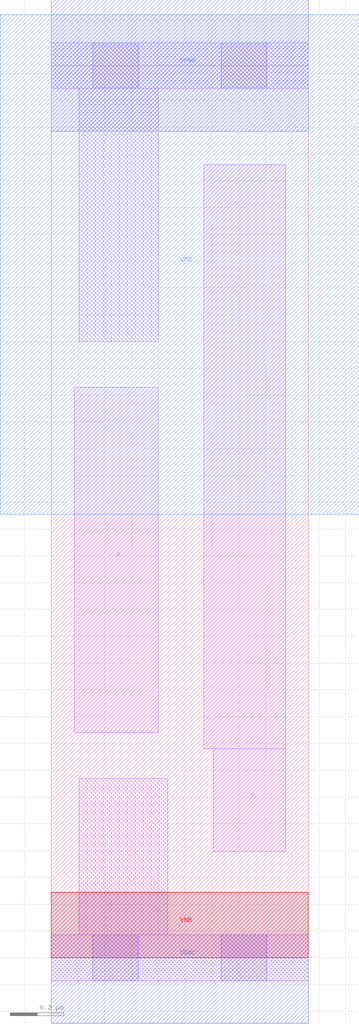
<source format=lef>
# Copyright 2020 The SkyWater PDK Authors
#
# Licensed under the Apache License, Version 2.0 (the "License");
# you may not use this file except in compliance with the License.
# You may obtain a copy of the License at
#
#     https://www.apache.org/licenses/LICENSE-2.0
#
# Unless required by applicable law or agreed to in writing, software
# distributed under the License is distributed on an "AS IS" BASIS,
# WITHOUT WARRANTIES OR CONDITIONS OF ANY KIND, either express or implied.
# See the License for the specific language governing permissions and
# limitations under the License.
#
# SPDX-License-Identifier: Apache-2.0

VERSION 5.7 ;
  NOWIREEXTENSIONATPIN ON ;
  DIVIDERCHAR "/" ;
  BUSBITCHARS "[]" ;
MACRO sky130_fd_sc_lp__clkinv_0
  CLASS CORE ;
  FOREIGN sky130_fd_sc_lp__clkinv_0 ;
  ORIGIN  0.000000  0.000000 ;
  SIZE  0.960000 BY  3.330000 ;
  SYMMETRY X Y R90 ;
  SITE unit ;
  PIN A
    ANTENNAGATEAREA  0.159000 ;
    DIRECTION INPUT ;
    USE SIGNAL ;
    PORT
      LAYER li1 ;
        RECT 0.085000 0.840000 0.400000 2.130000 ;
    END
  END A
  PIN Y
    ANTENNADIFFAREA  0.280900 ;
    DIRECTION OUTPUT ;
    USE SIGNAL ;
    PORT
      LAYER li1 ;
        RECT 0.570000 0.780000 0.875000 2.960000 ;
        RECT 0.605000 0.395000 0.875000 0.780000 ;
    END
  END Y
  PIN VGND
    DIRECTION INOUT ;
    USE GROUND ;
    PORT
      LAYER met1 ;
        RECT 0.000000 -0.245000 0.960000 0.245000 ;
    END
  END VGND
  PIN VNB
    DIRECTION INOUT ;
    USE GROUND ;
    PORT
      LAYER pwell ;
        RECT 0.000000 0.000000 0.960000 0.245000 ;
    END
  END VNB
  PIN VPB
    DIRECTION INOUT ;
    USE POWER ;
    PORT
      LAYER nwell ;
        RECT -0.190000 1.655000 1.150000 3.520000 ;
    END
  END VPB
  PIN VPWR
    DIRECTION INOUT ;
    USE POWER ;
    PORT
      LAYER met1 ;
        RECT 0.000000 3.085000 0.960000 3.575000 ;
    END
  END VPWR
  OBS
    LAYER li1 ;
      RECT 0.000000 -0.085000 0.960000 0.085000 ;
      RECT 0.000000  3.245000 0.960000 3.415000 ;
      RECT 0.105000  0.085000 0.435000 0.670000 ;
      RECT 0.105000  2.300000 0.400000 3.245000 ;
    LAYER mcon ;
      RECT 0.155000 -0.085000 0.325000 0.085000 ;
      RECT 0.155000  3.245000 0.325000 3.415000 ;
      RECT 0.635000 -0.085000 0.805000 0.085000 ;
      RECT 0.635000  3.245000 0.805000 3.415000 ;
  END
END sky130_fd_sc_lp__clkinv_0
END LIBRARY

</source>
